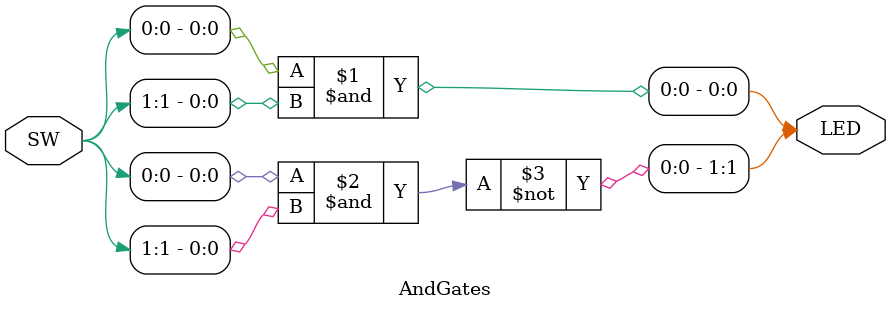
<source format=v>
`timescale 1ns / 1ps


module AndGates(
    input [1:0] SW,
    output [1:0] LED
    );
    assign LED[0] = (SW[0] & SW[1]);
    assign LED[1] = ~(SW[0] & SW[1]);
    
endmodule

</source>
